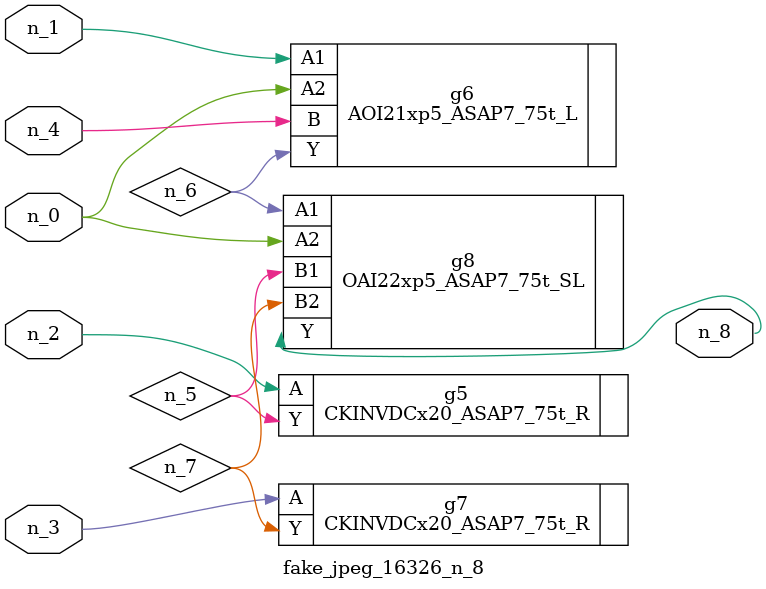
<source format=v>
module fake_jpeg_16326_n_8 (n_3, n_2, n_1, n_0, n_4, n_8);

input n_3;
input n_2;
input n_1;
input n_0;
input n_4;

output n_8;

wire n_6;
wire n_5;
wire n_7;

CKINVDCx20_ASAP7_75t_R g5 ( 
.A(n_2),
.Y(n_5)
);

AOI21xp5_ASAP7_75t_L g6 ( 
.A1(n_1),
.A2(n_0),
.B(n_4),
.Y(n_6)
);

CKINVDCx20_ASAP7_75t_R g7 ( 
.A(n_3),
.Y(n_7)
);

OAI22xp5_ASAP7_75t_SL g8 ( 
.A1(n_6),
.A2(n_0),
.B1(n_5),
.B2(n_7),
.Y(n_8)
);


endmodule
</source>
